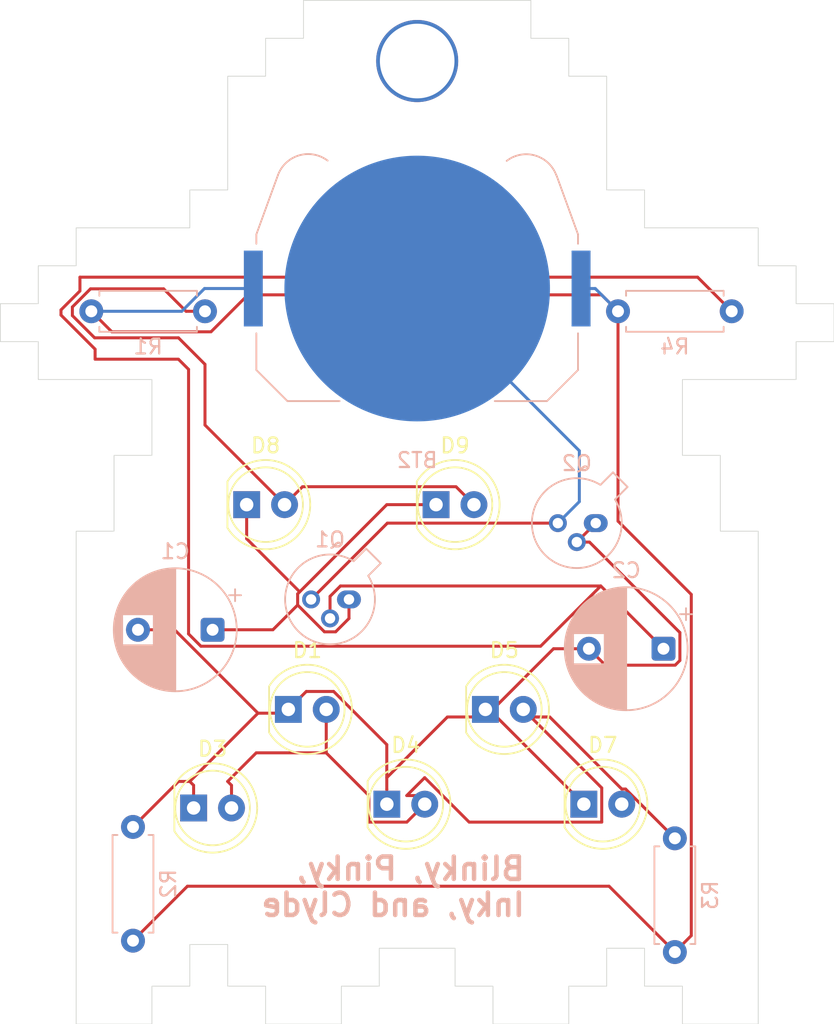
<source format=kicad_pcb>
(kicad_pcb (version 20241229) (generator "pcbnew") (generator_version "9.0")
  (layers (0 "F.Cu" signal) (2 "B.Cu" signal) (13 "F.Paste" user) (15 "B.Paste" user) (5 "F.SilkS" user "F.Silkscreen") (7 "B.SilkS" user "B.Silkscreen") (1 "F.Mask" user) (3 "B.Mask" user) (25 "Edge.Cuts" user))
  (net 0 "")
  (net 1 "Net-(BT2--)")
  (net 2 "Net-(BT2-+)")
  (net 3 "Net-(D8-K)")
  (net 4 "Net-(D1-K)")
  (net 5 "Net-(Q1-B)")
  (net 6 "Net-(D1-A)")
  (net 7 "Net-(D8-A)")
  (footprint "LED_THT:LED_D5.0mm" (layer "F.Cu") (at 219.964 102.87)
    (property "Reference" "D4" (at 1.27 -3.96 0) (layer "F.SilkS"))
    (property "Value" "LED")
    (pad "1" thru_hole rect (at 0 0) (size 1.8 1.8) (drill 0.9) (layers "*.Cu" "*.Mask") (net 4 "Net-(D1-K)"))
    (pad "2" thru_hole circle (at 2.54 0) (size 1.8 1.8) (drill 0.9) (layers "*.Cu" "*.Mask") (net 6 "Net-(D1-A)"))
  )
  (footprint "LED_THT:LED_D5.0mm" (layer "F.Cu") (at 210.566 82.804)
    (property "Reference" "D8" (at 1.27 -3.96 0) (layer "F.SilkS"))
    (property "Value" "LED")
    (pad "1" thru_hole rect (at 0 0) (size 1.8 1.8) (drill 0.9) (layers "*.Cu" "*.Mask") (net 3 "Net-(D8-K)"))
    (pad "2" thru_hole circle (at 2.54 0) (size 1.8 1.8) (drill 0.9) (layers "*.Cu" "*.Mask") (net 7 "Net-(D8-A)"))
  )
  (footprint "LED_THT:LED_D5.0mm" (layer "F.Cu") (at 207.01 103.124)
    (property "Reference" "D3" (at 1.27 -3.96 0) (layer "F.SilkS"))
    (property "Value" "LED")
    (pad "1" thru_hole rect (at 0 0) (size 1.8 1.8) (drill 0.9) (layers "*.Cu" "*.Mask") (net 4 "Net-(D1-K)"))
    (pad "2" thru_hole circle (at 2.54 0) (size 1.8 1.8) (drill 0.9) (layers "*.Cu" "*.Mask") (net 6 "Net-(D1-A)"))
  )
  (footprint "LED_THT:LED_D5.0mm" (layer "F.Cu") (at 223.261 82.804)
    (property "Reference" "D9" (at 1.27 -3.96 0) (layer "F.SilkS"))
    (property "Value" "LED")
    (pad "1" thru_hole rect (at 0 0) (size 1.8 1.8) (drill 0.9) (layers "*.Cu" "*.Mask") (net 3 "Net-(D8-K)"))
    (pad "2" thru_hole circle (at 2.54 0) (size 1.8 1.8) (drill 0.9) (layers "*.Cu" "*.Mask") (net 7 "Net-(D8-A)"))
  )
  (footprint "LED_THT:LED_D5.0mm" (layer "F.Cu") (at 213.36 96.52)
    (property "Reference" "D1" (at 1.27 -3.96 0) (layer "F.SilkS"))
    (property "Value" "LED")
    (pad "1" thru_hole rect (at 0 0) (size 1.8 1.8) (drill 0.9) (layers "*.Cu" "*.Mask") (net 4 "Net-(D1-K)"))
    (pad "2" thru_hole circle (at 2.54 0) (size 1.8 1.8) (drill 0.9) (layers "*.Cu" "*.Mask") (net 6 "Net-(D1-A)"))
  )
  (footprint "LED_THT:LED_D5.0mm" (layer "F.Cu") (at 233.167 102.87)
    (property "Reference" "D7" (at 1.27 -3.96 0) (layer "F.SilkS"))
    (property "Value" "LED")
    (pad "1" thru_hole rect (at 0 0) (size 1.8 1.8) (drill 0.9) (layers "*.Cu" "*.Mask") (net 4 "Net-(D1-K)"))
    (pad "2" thru_hole circle (at 2.54 0) (size 1.8 1.8) (drill 0.9) (layers "*.Cu" "*.Mask") (net 6 "Net-(D1-A)"))
  )
  (footprint "LED_THT:LED_D5.0mm" (layer "F.Cu") (at 226.568 96.52)
    (property "Reference" "D5" (at 1.27 -3.96 0) (layer "F.SilkS"))
    (property "Value" "LED")
    (pad "1" thru_hole rect (at 0 0) (size 1.8 1.8) (drill 0.9) (layers "*.Cu" "*.Mask") (net 4 "Net-(D1-K)"))
    (pad "2" thru_hole circle (at 2.54 0) (size 1.8 1.8) (drill 0.9) (layers "*.Cu" "*.Mask") (net 6 "Net-(D1-A)"))
  )
  (footprint "Resistor_THT:R_Axial_DIN0207_L6.3mm_D2.5mm_P7.62mm_Horizontal" (layer "B.Cu") (at 202.946 112.014 90)
    (property "Reference" "R2" (at 3.81 2.37 90) (layer "B.SilkS") (effects (justify mirror)))
    (property "Value" "R")
    (pad "1" thru_hole circle (at 0 0 90) (size 1.6 1.6) (drill 0.8) (layers "*.Cu" "*.Mask") (net 2 "Net-(BT2-+)"))
    (pad "2" thru_hole circle (at 7.62 0 90) (size 1.6 1.6) (drill 0.8) (layers "*.Cu" "*.Mask") (net 4 "Net-(D1-K)"))
  )
  (footprint "Resistor_THT:R_Axial_DIN0207_L6.3mm_D2.5mm_P7.62mm_Horizontal" (layer "B.Cu") (at 239.268 112.776 90)
    (property "Reference" "R3" (at 3.81 2.37 90) (layer "B.SilkS") (effects (justify mirror)))
    (property "Value" "R")
    (pad "1" thru_hole circle (at 0 0 90) (size 1.6 1.6) (drill 0.8) (layers "*.Cu" "*.Mask") (net 2 "Net-(BT2-+)"))
    (pad "2" thru_hole circle (at 7.62 0 90) (size 1.6 1.6) (drill 0.8) (layers "*.Cu" "*.Mask") (net 6 "Net-(D1-A)"))
  )
  (footprint "Battery:BatteryHolder_Keystone_3034_1x20mm" (layer "B.Cu") (at 221.996 68.326)
    (property "Reference" "BT2" (at 0 11.5 0) (layer "B.SilkS") (effects (justify mirror)))
    (property "Value" "Battery")
    (pad "1" smd rect (at -10.985 0) (size 1.27 5.08) (layers "B.Cu" "B.Mask" "B.Paste") (net 2 "Net-(BT2-+)"))
    (pad "1" smd rect (at 10.985 0) (size 1.27 5.08) (layers "B.Cu" "B.Mask" "B.Paste") (net 2 "Net-(BT2-+)"))
    (pad "2" smd circle (at 0 0) (size 17.8 17.8) (layers "B.Cu" "B.Mask") (net 1 "Net-(BT2--)"))
  )
  (footprint "Resistor_THT:R_Axial_DIN0207_L6.3mm_D2.5mm_P7.62mm_Horizontal" (layer "B.Cu") (at 235.458 69.85)
    (property "Reference" "R4" (at 3.81 2.37 0) (layer "B.SilkS") (effects (justify mirror)))
    (property "Value" "R")
    (pad "1" thru_hole circle (at 0 0) (size 1.6 1.6) (drill 0.8) (layers "*.Cu" "*.Mask") (net 2 "Net-(BT2-+)"))
    (pad "2" thru_hole circle (at 7.62 0) (size 1.6 1.6) (drill 0.8) (layers "*.Cu" "*.Mask") (net 5 "Net-(Q1-B)"))
  )
  (footprint "Resistor_THT:R_Axial_DIN0207_L6.3mm_D2.5mm_P7.62mm_Horizontal" (layer "B.Cu") (at 200.152 69.85)
    (property "Reference" "R1" (at 3.81 2.37 0) (layer "B.SilkS") (effects (justify mirror)))
    (property "Value" "R")
    (pad "1" thru_hole circle (at 0 0) (size 1.6 1.6) (drill 0.8) (layers "*.Cu" "*.Mask") (net 2 "Net-(BT2-+)"))
    (pad "2" thru_hole circle (at 7.62 0) (size 1.6 1.6) (drill 0.8) (layers "*.Cu" "*.Mask") (net 7 "Net-(D8-A)"))
  )
  (footprint "Capacitor_THT:CP_Radial_D8.0mm_P5.00mm" (layer "B.Cu") (at 238.506 92.456 180)
    (property "Reference" "C2" (at 2.5 5.25 0) (layer "B.SilkS") (effects (justify mirror)))
    (property "Value" "C")
    (pad "1" thru_hole roundrect (at 0 0 180) (size 1.6 1.6) (drill 0.8) (layers "*.Cu" "*.Mask") (roundrect_rratio 0.15625) (net 5 "Net-(Q1-B)"))
    (pad "2" thru_hole circle (at 5 0 180) (size 1.6 1.6) (drill 0.8) (layers "*.Cu" "*.Mask") (net 4 "Net-(D1-K)"))
  )
  (footprint "Package_TO_SOT_THT:TO-18-3" (layer "B.Cu") (at 217.424 89.154 180)
    (property "Reference" "Q1" (at 1.27 4.01 0) (layer "B.SilkS") (effects (justify mirror)))
    (property "Value" "BC107")
    (pad "1" thru_hole oval (at 0 0 180) (size 1.6 1.2) (drill 0.7) (layers "*.Cu" "*.Mask") (net 3 "Net-(D8-K)"))
    (pad "2" thru_hole circle (at 1.27 -1.27 180) (size 1.2 1.2) (drill 0.7) (layers "*.Cu" "*.Mask") (net 5 "Net-(Q1-B)"))
    (pad "3" thru_hole circle (at 2.54 0 180) (size 1.2 1.2) (drill 0.7) (layers "*.Cu" "*.Mask") (net 1 "Net-(BT2--)"))
  )
  (footprint "Package_TO_SOT_THT:TO-18-3" (layer "B.Cu") (at 233.966039 84.041961 180)
    (property "Reference" "Q2" (at 1.27 4.01 0) (layer "B.SilkS") (effects (justify mirror)))
    (property "Value" "BC107")
    (pad "1" thru_hole oval (at 0 0 180) (size 1.6 1.2) (drill 0.7) (layers "*.Cu" "*.Mask") (net 4 "Net-(D1-K)"))
    (pad "2" thru_hole circle (at 1.27 -1.27 180) (size 1.2 1.2) (drill 0.7) (layers "*.Cu" "*.Mask") (net 4 "Net-(D1-K)"))
    (pad "3" thru_hole circle (at 2.54 0 180) (size 1.2 1.2) (drill 0.7) (layers "*.Cu" "*.Mask") (net 1 "Net-(BT2--)"))
  )
  (footprint "Capacitor_THT:CP_Radial_D8.0mm_P5.00mm" (layer "B.Cu") (at 208.28 91.186 180)
    (property "Reference" "C1" (at 2.5 5.25 0) (layer "B.SilkS") (effects (justify mirror)))
    (property "Value" "C")
    (pad "1" thru_hole roundrect (at 0 0 180) (size 1.6 1.6) (drill 0.8) (layers "*.Cu" "*.Mask") (roundrect_rratio 0.15625) (net 3 "Net-(D8-K)"))
    (pad "2" thru_hole circle (at 5 0 180) (size 1.6 1.6) (drill 0.8) (layers "*.Cu" "*.Mask") (net 4 "Net-(D1-K)"))
  )
  (gr_poly (pts (xy 199.136 117.602) (xy 204.216 117.602) (xy 204.216 115.062) (xy 206.756 115.062) (xy 206.756 112.268) (xy 209.296 112.268) (xy 209.296 115.062) (xy 211.836 115.062) (xy 211.836 117.602) (xy 216.916 117.602) (xy 216.916 115.062) (xy 219.456 115.062) (xy 219.456 112.522) (xy 224.536 112.522) (xy 224.536 115.062) (xy 227.076 115.062) (xy 227.076 117.602) (xy 232.156 117.602) (xy 232.156 115.062) (xy 234.696 115.062) (xy 234.696 112.522) (xy 237.236 112.522) (xy 237.236 115.062) (xy 239.776 115.062) (xy 239.776 117.602) (xy 244.856 117.602) (xy 244.856 84.582) (xy 242.316 84.582) (xy 242.316 79.502) (xy 239.776 79.502) (xy 239.776 74.422) (xy 247.396 74.422) (xy 247.396 71.882) (xy 249.936 71.882) (xy 249.936 69.342) (xy 247.396 69.342) (xy 247.396 66.802) (xy 244.856 66.802) (xy 244.856 64.262) (xy 237.236 64.262) (xy 237.236 61.722) (xy 234.696 61.722) (xy 234.696 54.102) (xy 232.156 54.102) (xy 232.156 51.562) (xy 229.616 51.562) (xy 229.616 49.022) (xy 214.376 49.022) (xy 214.376 51.562) (xy 211.836 51.562) (xy 211.836 54.102) (xy 209.296 54.102) (xy 209.296 61.722) (xy 206.756 61.722) (xy 206.756 64.262) (xy 199.136 64.262) (xy 199.136 66.802) (xy 196.596 66.802) (xy 196.596 69.342) (xy 194.056 69.342) (xy 194.056 71.882) (xy 196.596 71.882) (xy 196.596 74.422) (xy 204.216 74.422) (xy 204.216 79.502) (xy 201.676 79.502) (xy 201.676 84.582) (xy 199.136 84.582)) (stroke (width 0.05)) (fill no) (layer "Edge.Cuts"))
  (gr_text "Blinky, Pinky, \nInky, and Clyde" (at 229.362 110.49 -0) (layer "B.SilkS") (effects (font (size 1.5 1.5) (thickness 0.3) (bold yes)) (justify left bottom mirror)))
  (via (at 221.996 53.086) (size 5.5) (drill 5) (layers "F.Cu" "B.Cu") (net 0))
  (segment (start 219.996039 84.041961) (end 214.884 89.154) (width 0.2) (layer "F.Cu") (net 1))
  (segment (start 231.426039 84.041961) (end 219.996039 84.041961) (width 0.2) (layer "F.Cu") (net 1))
  (segment (start 221.996 68.326) (end 232.865039 79.195039) (width 0.2) (layer "B.Cu") (net 1))
  (segment (start 232.865039 79.195039) (end 232.865039 82.602961) (width 0.2) (layer "B.Cu") (net 1))
  (segment (start 232.865039 82.602961) (end 231.426039 84.041961) (width 0.2) (layer "B.Cu") (net 1))
  (segment (start 208.173 71.227) (end 201.529 71.227) (width 0.2) (layer "F.Cu") (net 2))
  (segment (start 234.357 68.749) (end 235.458 69.85) (width 0.2) (layer "F.Cu") (net 2))
  (segment (start 206.595 108.365) (end 234.857 108.365) (width 0.2) (layer "F.Cu") (net 2))
  (segment (start 235.458 83.907942) (end 240.369 88.818942) (width 0.2) (layer "F.Cu") (net 2))
  (segment (start 240.369 111.675) (end 239.268 112.776) (width 0.2) (layer "F.Cu") (net 2))
  (segment (start 234.357 68.749) (end 210.651 68.749) (width 0.2) (layer "F.Cu") (net 2))
  (segment (start 240.369 88.818942) (end 240.369 111.675) (width 0.2) (layer "F.Cu") (net 2))
  (segment (start 210.651 68.749) (end 208.173 71.227) (width 0.2) (layer "F.Cu") (net 2))
  (segment (start 234.857 108.365) (end 239.268 112.776) (width 0.2) (layer "F.Cu") (net 2))
  (segment (start 201.529 71.227) (end 200.152 69.85) (width 0.2) (layer "F.Cu") (net 2))
  (segment (start 235.458 69.85) (end 235.458 83.907942) (width 0.2) (layer "F.Cu") (net 2))
  (segment (start 202.946 112.014) (end 206.595 108.365) (width 0.2) (layer "F.Cu") (net 2))
  (segment (start 207.73895 68.326) (end 206.21495 69.85) (width 0.2) (layer "B.Cu") (net 2))
  (segment (start 233.934 68.326) (end 235.458 69.85) (width 0.2) (layer "B.Cu") (net 2))
  (segment (start 206.21495 69.85) (end 200.152 69.85) (width 0.2) (layer "B.Cu") (net 2))
  (segment (start 232.981 68.326) (end 233.934 68.326) (width 0.2) (layer "B.Cu") (net 2))
  (segment (start 211.011 68.326) (end 207.73895 68.326) (width 0.2) (layer "B.Cu") (net 2))
  (segment (start 217.424 89.154) (end 217.424 90.428207) (width 0.2) (layer "F.Cu") (net 3))
  (segment (start 208.28 91.186) (end 212.324207 91.186) (width 0.2) (layer "F.Cu") (net 3))
  (segment (start 213.983 88.780793) (end 214.119896 88.643896) (width 0.2) (layer "F.Cu") (net 3))
  (segment (start 215.780793 91.325) (end 213.983 89.527207) (width 0.2) (layer "F.Cu") (net 3))
  (segment (start 210.566 82.804) (end 210.566 85.09) (width 0.2) (layer "F.Cu") (net 3))
  (segment (start 217.424 90.428207) (end 216.527207 91.325) (width 0.2) (layer "F.Cu") (net 3))
  (segment (start 219.959793 82.804) (end 223.261 82.804) (width 0.2) (layer "F.Cu") (net 3))
  (segment (start 213.983 89.527207) (end 213.983 88.780793) (width 0.2) (layer "F.Cu") (net 3))
  (segment (start 216.527207 91.325) (end 215.780793 91.325) (width 0.2) (layer "F.Cu") (net 3))
  (segment (start 212.324207 91.186) (end 213.983 89.527207) (width 0.2) (layer "F.Cu") (net 3))
  (segment (start 210.566 85.09) (end 214.119896 88.643896) (width 0.2) (layer "F.Cu") (net 3))
  (segment (start 214.119896 88.643896) (end 219.959793 82.804) (width 0.2) (layer "F.Cu") (net 3))
  (segment (start 203.28 91.186) (end 205.735 91.186) (width 0.2) (layer "F.Cu") (net 4))
  (segment (start 211.323 96.774) (end 206.751 101.346) (width 0.2) (layer "F.Cu") (net 4))
  (segment (start 219.959 101.892) (end 219.964 101.892) (width 0.2) (layer "F.Cu") (net 4))
  (segment (start 214.561 95.319) (end 216.397471 95.319) (width 0.2) (layer "F.Cu") (net 4))
  (segment (start 206.751 101.346) (end 207.01 101.605) (width 0.2) (layer "F.Cu") (net 4))
  (segment (start 239.607 91.374394) (end 239.607 93.24116) (width 0.2) (layer "F.Cu") (net 4))
  (segment (start 226.563 97.028) (end 224.023 97.028) (width 0.2) (layer "F.Cu") (net 4))
  (segment (start 224.023 97.028) (end 219.9615 101.0895) (width 0.2) (layer "F.Cu") (net 4))
  (segment (start 233.966039 84.041961) (end 232.696039 85.311961) (width 0.2) (layer "F.Cu") (net 4))
  (segment (start 219.959 98.880529) (end 219.959 101.092) (width 0.2) (layer "F.Cu") (net 4))
  (segment (start 233.506 92.456) (end 231.135 92.456) (width 0.2) (layer "F.Cu") (net 4))
  (segment (start 226.817 96.52) (end 233.167 102.87) (width 0.2) (layer "F.Cu") (net 4))
  (segment (start 219.9615 101.0895) (end 219.959 101.092) (width 0.2) (layer "F.Cu") (net 4))
  (segment (start 233.544567 85.311961) (end 239.607 91.374394) (width 0.2) (layer "F.Cu") (net 4))
  (segment (start 239.29116 93.557) (end 234.607 93.557) (width 0.2) (layer "F.Cu") (net 4))
  (segment (start 226.568 96.52) (end 226.817 96.52) (width 0.2) (layer "F.Cu") (net 4))
  (segment (start 205.994 101.346) (end 202.946 104.394) (width 0.2) (layer "F.Cu") (net 4))
  (segment (start 207.01 101.605) (end 207.01 103.124) (width 0.2) (layer "F.Cu") (net 4))
  (segment (start 206.751 101.346) (end 205.994 101.346) (width 0.2) (layer "F.Cu") (net 4))
  (segment (start 219.959 101.092) (end 219.959 101.892) (width 0.2) (layer "F.Cu") (net 4))
  (segment (start 231.135 92.456) (end 226.563 97.028) (width 0.2) (layer "F.Cu") (net 4))
  (segment (start 232.696039 85.311961) (end 233.544567 85.311961) (width 0.2) (layer "F.Cu") (net 4))
  (segment (start 213.355 96.774) (end 211.323 96.774) (width 0.2) (layer "F.Cu") (net 4))
  (segment (start 239.607 93.24116) (end 239.29116 93.557) (width 0.2) (layer "F.Cu") (net 4))
  (segment (start 205.735 91.186) (end 211.323 96.774) (width 0.2) (layer "F.Cu") (net 4))
  (segment (start 216.397471 95.319) (end 219.959 98.880529) (width 0.2) (layer "F.Cu") (net 4))
  (segment (start 213.36 96.52) (end 214.561 95.319) (width 0.2) (layer "F.Cu") (net 4))
  (segment (start 234.607 93.557) (end 233.506 92.456) (width 0.2) (layer "F.Cu") (net 4))
  (segment (start 234.303 88.253) (end 238.506 92.456) (width 0.2) (layer "F.Cu") (net 5))
  (segment (start 200.406 73.059) (end 205.988942 73.059) (width 0.2) (layer "F.Cu") (net 5))
  (segment (start 216.154 88.949794) (end 216.850794 88.253) (width 0.2) (layer "F.Cu") (net 5))
  (segment (start 198.12 70.104) (end 200.406 72.39) (width 0.2) (layer "F.Cu") (net 5))
  (segment (start 240.792 67.564) (end 199.39 67.564) (width 0.2) (layer "F.Cu") (net 5))
  (segment (start 205.988942 73.059) (end 206.671 73.741058) (width 0.2) (layer "F.Cu") (net 5))
  (segment (start 240.792 67.564) (end 243.078 69.85) (width 0.2) (layer "F.Cu") (net 5))
  (segment (start 230.269 92.287) (end 234.303 88.253) (width 0.2) (layer "F.Cu") (net 5))
  (segment (start 200.406 72.39) (end 200.406 73.059) (width 0.2) (layer "F.Cu") (net 5))
  (segment (start 199.39 67.564) (end 199.39 68.48785) (width 0.2) (layer "F.Cu") (net 5))
  (segment (start 216.850794 88.253) (end 234.303 88.253) (width 0.2) (layer "F.Cu") (net 5))
  (segment (start 206.671 91.46316) (end 207.49484 92.287) (width 0.2) (layer "F.Cu") (net 5))
  (segment (start 199.39 68.48785) (end 198.12 69.75785) (width 0.2) (layer "F.Cu") (net 5))
  (segment (start 206.671 73.741058) (end 206.671 91.46316) (width 0.2) (layer "F.Cu") (net 5))
  (segment (start 207.49484 92.287) (end 230.269 92.287) (width 0.2) (layer "F.Cu") (net 5))
  (segment (start 198.12 69.75785) (end 198.12 70.104) (width 0.2) (layer "F.Cu") (net 5))
  (segment (start 216.154 90.424) (end 216.154 88.949794) (width 0.2) (layer "F.Cu") (net 5))
  (segment (start 221.298 102.293) (end 221.927 102.293) (width 0.2) (layer "F.Cu") (net 6))
  (segment (start 222.499 101.092) (end 225.478 104.071) (width 0.2) (layer "F.Cu") (net 6))
  (segment (start 234.368 104.071) (end 234.368 101.78) (width 0.2) (layer "F.Cu") (net 6))
  (segment (start 239.268 105.156) (end 235.966 101.854) (width 0.2) (layer "F.Cu") (net 6))
  (segment (start 211.207 99.43) (end 209.291 101.346) (width 0.2) (layer "F.Cu") (net 6))
  (segment (start 218.758 104.066) (end 218.763 104.071) (width 0.2) (layer "F.Cu") (net 6))
  (segment (start 234.368 101.78) (end 229.108 96.52) (width 0.2) (layer "F.Cu") (net 6))
  (segment (start 209.55 101.605) (end 209.55 103.124) (width 0.2) (layer "F.Cu") (net 6))
  (segment (start 215.895 99.43) (end 218.758 102.293) (width 0.2) (layer "F.Cu") (net 6))
  (segment (start 229.103 97.028) (end 230.743 97.028) (width 0.2) (layer "F.Cu") (net 6))
  (segment (start 235.966 101.854) (end 235.707 101.854) (width 0.2) (layer "F.Cu") (net 6))
  (segment (start 221.303 104.071) (end 222.504 102.87) (width 0.2) (layer "F.Cu") (net 6))
  (segment (start 230.881 97.028) (end 229.103 97.028) (width 0.2) (layer "F.Cu") (net 6))
  (segment (start 225.478 104.071) (end 234.368 104.071) (width 0.2) (layer "F.Cu") (net 6))
  (segment (start 209.291 101.346) (end 209.55 101.605) (width 0.2) (layer "F.Cu") (net 6))
  (segment (start 218.758 102.293) (end 218.758 104.066) (width 0.2) (layer "F.Cu") (net 6))
  (segment (start 221.298 102.293) (end 222.499 101.092) (width 0.2) (layer "F.Cu") (net 6))
  (segment (start 218.763 104.071) (end 221.303 104.071) (width 0.2) (layer "F.Cu") (net 6))
  (segment (start 221.927 102.293) (end 222.504 102.87) (width 0.2) (layer "F.Cu") (net 6))
  (segment (start 215.9 99.425) (end 215.895 99.43) (width 0.2) (layer "F.Cu") (net 6))
  (segment (start 215.895 99.43) (end 211.207 99.43) (width 0.2) (layer "F.Cu") (net 6))
  (segment (start 215.9 96.52) (end 215.9 99.425) (width 0.2) (layer "F.Cu") (net 6))
  (segment (start 235.707 101.854) (end 230.881 97.028) (width 0.2) (layer "F.Cu") (net 6))
  (segment (start 200.37295 71.628) (end 205.994 71.628) (width 0.2) (layer "F.Cu") (net 7))
  (segment (start 200.09695 68.348) (end 198.882 69.56295) (width 0.2) (layer "F.Cu") (net 7))
  (segment (start 214.307 81.603) (end 213.106 82.804) (width 0.2) (layer "F.Cu") (net 7))
  (segment (start 198.882 69.56295) (end 198.882 70.13705) (width 0.2) (layer "F.Cu") (net 7))
  (segment (start 207.772 73.406) (end 207.772 77.47) (width 0.2) (layer "F.Cu") (net 7))
  (segment (start 224.6 81.603) (end 214.307 81.603) (width 0.2) (layer "F.Cu") (net 7))
  (segment (start 206.502 69.85) (end 205 68.348) (width 0.2) (layer "F.Cu") (net 7))
  (segment (start 205.994 71.628) (end 207.772 73.406) (width 0.2) (layer "F.Cu") (net 7))
  (segment (start 207.772 77.47) (end 213.106 82.804) (width 0.2) (layer "F.Cu") (net 7))
  (segment (start 225.801 82.804) (end 224.6 81.603) (width 0.2) (layer "F.Cu") (net 7))
  (segment (start 207.772 69.85) (end 206.502 69.85) (width 0.2) (layer "F.Cu") (net 7))
  (segment (start 205 68.348) (end 200.09695 68.348) (width 0.2) (layer "F.Cu") (net 7))
  (segment (start 198.882 70.13705) (end 200.37295 71.628) (width 0.2) (layer "F.Cu") (net 7))
)
</source>
